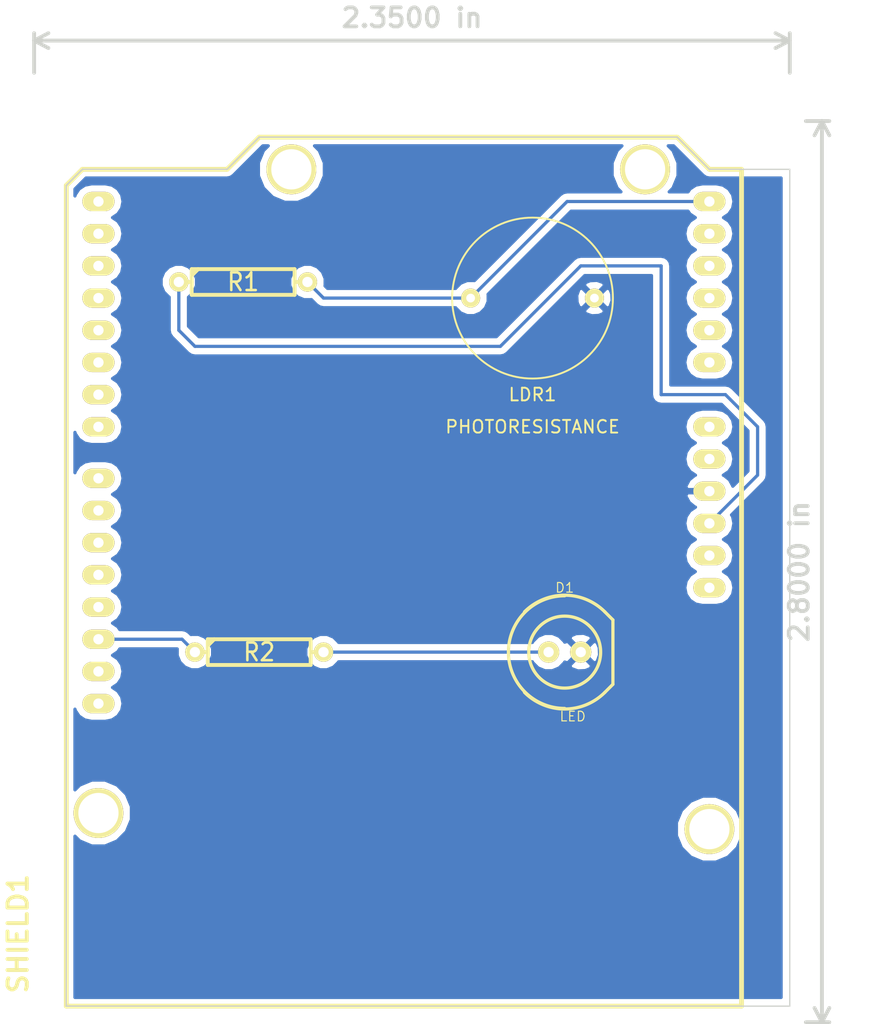
<source format=kicad_pcb>
(kicad_pcb (version 3) (host pcbnew "(2013-04-19 BZR 4011)-stable")

  (general
    (links 7)
    (no_connects 0)
    (area 181.7116 86.050001 254.379999 167.199733)
    (thickness 1.6)
    (drawings 11)
    (tracks 17)
    (zones 0)
    (modules 5)
    (nets 6)
  )

  (page A3)
  (layers
    (15 Dessus.Cu signal)
    (0 Dessous.Cu signal)
    (16 Dessous.Adhes user)
    (17 Dessus.Adhes user)
    (18 Dessous.Pate user)
    (19 Dessus.Pate user)
    (20 Dessous.SilkS user)
    (21 Dessus.SilkS user)
    (22 Dessous.Masque user)
    (23 Dessus.Masque user)
    (24 Dessin.User user)
    (25 Cmts.User user)
    (26 Eco1.User user)
    (27 Eco2.User user)
    (28 Contours.Ci user)
  )

  (setup
    (last_trace_width 0.254)
    (trace_clearance 0.254)
    (zone_clearance 0.508)
    (zone_45_only no)
    (trace_min 0.254)
    (segment_width 0.2)
    (edge_width 0.1)
    (via_size 0.889)
    (via_drill 0.635)
    (via_min_size 0.889)
    (via_min_drill 0.508)
    (uvia_size 0.508)
    (uvia_drill 0.127)
    (uvias_allowed no)
    (uvia_min_size 0.508)
    (uvia_min_drill 0.127)
    (pcb_text_width 0.3)
    (pcb_text_size 1.5 1.5)
    (mod_edge_width 0.15)
    (mod_text_size 1 1)
    (mod_text_width 0.15)
    (pad_size 1.5 1.5)
    (pad_drill 0.69)
    (pad_to_mask_clearance 0)
    (aux_axis_origin 0 0)
    (visible_elements 7FFFFFFF)
    (pcbplotparams
      (layerselection 3178497)
      (usegerberextensions true)
      (excludeedgelayer true)
      (linewidth 152400)
      (plotframeref false)
      (viasonmask false)
      (mode 1)
      (useauxorigin false)
      (hpglpennumber 1)
      (hpglpenspeed 20)
      (hpglpendiameter 15)
      (hpglpenoverlay 2)
      (psnegative false)
      (psa4output false)
      (plotreference true)
      (plotvalue true)
      (plotothertext true)
      (plotinvisibletext false)
      (padsonsilk false)
      (subtractmaskfromsilk false)
      (outputformat 1)
      (mirror false)
      (drillshape 1)
      (scaleselection 1)
      (outputdirectory ""))
  )

  (net 0 "")
  (net 1 N-000001)
  (net 2 N-000002)
  (net 3 N-000003)
  (net 4 N-000004)
  (net 5 N-000005)

  (net_class Default "Ceci est la Netclass par défaut"
    (clearance 0.254)
    (trace_width 0.254)
    (via_dia 0.889)
    (via_drill 0.635)
    (uvia_dia 0.508)
    (uvia_drill 0.127)
    (add_net "")
    (add_net N-000001)
    (add_net N-000002)
    (add_net N-000003)
    (add_net N-000004)
    (add_net N-000005)
  )

  (module R4 (layer Dessus.Cu) (tedit 200000) (tstamp 524724CA)
    (at 200.66 107.95)
    (descr "Resitance 4 pas")
    (tags R)
    (path /52470416)
    (autoplace_cost180 10)
    (fp_text reference R1 (at 0 0) (layer Dessus.SilkS)
      (effects (font (size 1.397 1.27) (thickness 0.2032)))
    )
    (fp_text value R (at 0 0) (layer Dessus.SilkS) hide
      (effects (font (size 1.397 1.27) (thickness 0.2032)))
    )
    (fp_line (start -5.08 0) (end -4.064 0) (layer Dessus.SilkS) (width 0.3048))
    (fp_line (start -4.064 0) (end -4.064 -1.016) (layer Dessus.SilkS) (width 0.3048))
    (fp_line (start -4.064 -1.016) (end 4.064 -1.016) (layer Dessus.SilkS) (width 0.3048))
    (fp_line (start 4.064 -1.016) (end 4.064 1.016) (layer Dessus.SilkS) (width 0.3048))
    (fp_line (start 4.064 1.016) (end -4.064 1.016) (layer Dessus.SilkS) (width 0.3048))
    (fp_line (start -4.064 1.016) (end -4.064 0) (layer Dessus.SilkS) (width 0.3048))
    (fp_line (start -4.064 -0.508) (end -3.556 -1.016) (layer Dessus.SilkS) (width 0.3048))
    (fp_line (start 5.08 0) (end 4.064 0) (layer Dessus.SilkS) (width 0.3048))
    (pad 1 thru_hole circle (at -5.08 0) (size 1.524 1.524) (drill 0.8128)
      (layers *.Cu *.Mask Dessus.SilkS)
      (net 1 N-000001)
    )
    (pad 2 thru_hole circle (at 5.08 0) (size 1.524 1.524) (drill 0.8128)
      (layers *.Cu *.Mask Dessus.SilkS)
      (net 5 N-000005)
    )
    (model discret/resistor.wrl
      (at (xyz 0 0 0))
      (scale (xyz 0.4 0.4 0.4))
      (rotate (xyz 0 0 0))
    )
  )

  (module R4 (layer Dessus.Cu) (tedit 200000) (tstamp 524724D8)
    (at 201.93 137.16)
    (descr "Resitance 4 pas")
    (tags R)
    (path /5247042D)
    (autoplace_cost180 10)
    (fp_text reference R2 (at 0 0) (layer Dessus.SilkS)
      (effects (font (size 1.397 1.27) (thickness 0.2032)))
    )
    (fp_text value R (at 0 0) (layer Dessus.SilkS) hide
      (effects (font (size 1.397 1.27) (thickness 0.2032)))
    )
    (fp_line (start -5.08 0) (end -4.064 0) (layer Dessus.SilkS) (width 0.3048))
    (fp_line (start -4.064 0) (end -4.064 -1.016) (layer Dessus.SilkS) (width 0.3048))
    (fp_line (start -4.064 -1.016) (end 4.064 -1.016) (layer Dessus.SilkS) (width 0.3048))
    (fp_line (start 4.064 -1.016) (end 4.064 1.016) (layer Dessus.SilkS) (width 0.3048))
    (fp_line (start 4.064 1.016) (end -4.064 1.016) (layer Dessus.SilkS) (width 0.3048))
    (fp_line (start -4.064 1.016) (end -4.064 0) (layer Dessus.SilkS) (width 0.3048))
    (fp_line (start -4.064 -0.508) (end -3.556 -1.016) (layer Dessus.SilkS) (width 0.3048))
    (fp_line (start 5.08 0) (end 4.064 0) (layer Dessus.SilkS) (width 0.3048))
    (pad 1 thru_hole circle (at -5.08 0) (size 1.524 1.524) (drill 0.8128)
      (layers *.Cu *.Mask Dessus.SilkS)
      (net 3 N-000003)
    )
    (pad 2 thru_hole circle (at 5.08 0) (size 1.524 1.524) (drill 0.8128)
      (layers *.Cu *.Mask Dessus.SilkS)
      (net 2 N-000002)
    )
    (model discret/resistor.wrl
      (at (xyz 0 0 0))
      (scale (xyz 0.4 0.4 0.4))
      (rotate (xyz 0 0 0))
    )
  )

  (module Photoresistance (layer Dessus.Cu) (tedit 52472584) (tstamp 524724DF)
    (at 223.52 113.03)
    (path /52470C96)
    (fp_text reference LDR1 (at 0 3.81) (layer Dessus.SilkS)
      (effects (font (size 1 1) (thickness 0.15)))
    )
    (fp_text value PHOTORESISTANCE (at 0 6.35) (layer Dessus.SilkS)
      (effects (font (size 1 1) (thickness 0.15)))
    )
    (fp_circle (center 0 -3.81) (end 5.08 0) (layer Dessus.SilkS) (width 0.15))
    (pad 1 thru_hole circle (at -4.89 -3.81) (size 1.5 1.5) (drill 0.69)
      (layers *.Cu *.Mask Dessus.SilkS)
      (net 5 N-000005)
    )
    (pad 2 thru_hole circle (at 4.89 -3.81) (size 1.5 1.5) (drill 0.69)
      (layers *.Cu *.Mask Dessus.SilkS)
      (net 4 N-000004)
    )
  )

  (module LED-8MM (layer Dessus.Cu) (tedit 50ADE891) (tstamp 524724ED)
    (at 226.06 137.16)
    (descr "LED 8mm - Lead pitch 100mil (2,54mm)")
    (tags "LED led 5mm 5MM 100mil 2,54mm")
    (path /52470438)
    (fp_text reference D1 (at 0 -5.08) (layer Dessus.SilkS)
      (effects (font (size 0.762 0.762) (thickness 0.0889)))
    )
    (fp_text value LED (at 0.635 5.08) (layer Dessus.SilkS)
      (effects (font (size 0.762 0.762) (thickness 0.0889)))
    )
    (fp_circle (center 0 0) (end 1.27 2.54) (layer Dessus.SilkS) (width 0.254))
    (fp_line (start 3.81 -2.54) (end 3.81 2.54) (layer Dessus.SilkS) (width 0.254))
    (fp_line (start 3.175 3.175) (end 3.81 2.54) (layer Dessus.SilkS) (width 0.254))
    (fp_line (start 3.175 -3.175) (end 3.81 -2.54) (layer Dessus.SilkS) (width 0.254))
    (fp_arc (start 0 0) (end 3.175 3.175) (angle 90) (layer Dessus.SilkS) (width 0.254))
    (fp_arc (start 0 0) (end -3.175 -3.175) (angle 90) (layer Dessus.SilkS) (width 0.254))
    (fp_arc (start 0 0) (end 0 4.445) (angle 90) (layer Dessus.SilkS) (width 0.254))
    (fp_arc (start 0 0) (end -4.445 0) (angle 90) (layer Dessus.SilkS) (width 0.254))
    (pad 1 thru_hole circle (at -1.27 0) (size 1.6764 1.6764) (drill 0.8128)
      (layers *.Cu *.Mask Dessus.SilkS)
      (net 2 N-000002)
    )
    (pad 2 thru_hole circle (at 1.27 0) (size 1.6764 1.6764) (drill 0.8128)
      (layers *.Cu *.Mask Dessus.SilkS)
      (net 4 N-000004)
    )
  )

  (module ARDUINO_SHIELD (layer Dessus.Cu) (tedit 4D154D8E) (tstamp 5247251A)
    (at 240.03 165.1 90)
    (path /5247036F)
    (fp_text reference SHIELD1 (at 5.715 -57.15 90) (layer Dessus.SilkS)
      (effects (font (size 1.524 1.524) (thickness 0.3048)))
    )
    (fp_text value ARDUINO_SHIELD (at 10.16 -54.61 90) (layer Dessus.SilkS) hide
      (effects (font (size 1.524 1.524) (thickness 0.3048)))
    )
    (fp_line (start 66.04 -40.64) (end 66.04 -52.07) (layer Dessus.SilkS) (width 0.381))
    (fp_line (start 66.04 -52.07) (end 64.77 -53.34) (layer Dessus.SilkS) (width 0.381))
    (fp_line (start 64.77 -53.34) (end 0 -53.34) (layer Dessus.SilkS) (width 0.381))
    (fp_line (start 66.04 0) (end 0 0) (layer Dessus.SilkS) (width 0.381))
    (fp_line (start 0 0) (end 0 -53.34) (layer Dessus.SilkS) (width 0.381))
    (fp_line (start 66.04 -40.64) (end 68.58 -38.1) (layer Dessus.SilkS) (width 0.381))
    (fp_line (start 68.58 -38.1) (end 68.58 -5.08) (layer Dessus.SilkS) (width 0.381))
    (fp_line (start 68.58 -5.08) (end 66.04 -2.54) (layer Dessus.SilkS) (width 0.381))
    (fp_line (start 66.04 -2.54) (end 66.04 0) (layer Dessus.SilkS) (width 0.381))
    (pad AD5 thru_hole oval (at 63.5 -2.54 180) (size 2.54 1.524) (drill 0.8128)
      (layers *.Cu *.Mask Dessus.SilkS)
      (net 5 N-000005)
    )
    (pad AD4 thru_hole oval (at 60.96 -2.54 180) (size 2.54 1.524) (drill 0.8128)
      (layers *.Cu *.Mask Dessus.SilkS)
    )
    (pad AD3 thru_hole oval (at 58.42 -2.54 180) (size 2.54 1.524) (drill 0.8128)
      (layers *.Cu *.Mask Dessus.SilkS)
    )
    (pad AD0 thru_hole oval (at 50.8 -2.54 180) (size 2.54 1.524) (drill 0.8128)
      (layers *.Cu *.Mask Dessus.SilkS)
    )
    (pad AD1 thru_hole oval (at 53.34 -2.54 180) (size 2.54 1.524) (drill 0.8128)
      (layers *.Cu *.Mask Dessus.SilkS)
    )
    (pad AD2 thru_hole oval (at 55.88 -2.54 180) (size 2.54 1.524) (drill 0.8128)
      (layers *.Cu *.Mask Dessus.SilkS)
    )
    (pad V_IN thru_hole oval (at 45.72 -2.54 180) (size 2.54 1.524) (drill 0.8128)
      (layers *.Cu *.Mask Dessus.SilkS)
    )
    (pad GND2 thru_hole oval (at 43.18 -2.54 180) (size 2.54 1.524) (drill 0.8128)
      (layers *.Cu *.Mask Dessus.SilkS)
    )
    (pad GND1 thru_hole oval (at 40.64 -2.54 180) (size 2.54 1.524) (drill 0.8128)
      (layers *.Cu *.Mask Dessus.SilkS)
      (net 4 N-000004)
    )
    (pad 3V3 thru_hole oval (at 35.56 -2.54 180) (size 2.54 1.524) (drill 0.8128)
      (layers *.Cu *.Mask Dessus.SilkS)
    )
    (pad RST thru_hole oval (at 33.02 -2.54 180) (size 2.54 1.524) (drill 0.8128)
      (layers *.Cu *.Mask Dessus.SilkS)
    )
    (pad 0 thru_hole oval (at 63.5 -50.8 180) (size 2.54 1.524) (drill 0.8128)
      (layers *.Cu *.Mask Dessus.SilkS)
    )
    (pad 1 thru_hole oval (at 60.96 -50.8 180) (size 2.54 1.524) (drill 0.8128)
      (layers *.Cu *.Mask Dessus.SilkS)
    )
    (pad 2 thru_hole oval (at 58.42 -50.8 180) (size 2.54 1.524) (drill 0.8128)
      (layers *.Cu *.Mask Dessus.SilkS)
    )
    (pad 3 thru_hole oval (at 55.88 -50.8 180) (size 2.54 1.524) (drill 0.8128)
      (layers *.Cu *.Mask Dessus.SilkS)
    )
    (pad 4 thru_hole oval (at 53.34 -50.8 180) (size 2.54 1.524) (drill 0.8128)
      (layers *.Cu *.Mask Dessus.SilkS)
    )
    (pad 5 thru_hole oval (at 50.8 -50.8 180) (size 2.54 1.524) (drill 0.8128)
      (layers *.Cu *.Mask Dessus.SilkS)
    )
    (pad 6 thru_hole oval (at 48.26 -50.8 180) (size 2.54 1.524) (drill 0.8128)
      (layers *.Cu *.Mask Dessus.SilkS)
    )
    (pad 7 thru_hole oval (at 45.72 -50.8 180) (size 2.54 1.524) (drill 0.8128)
      (layers *.Cu *.Mask Dessus.SilkS)
    )
    (pad 8 thru_hole oval (at 41.656 -50.8 180) (size 2.54 1.524) (drill 0.8128)
      (layers *.Cu *.Mask Dessus.SilkS)
    )
    (pad 9 thru_hole oval (at 39.116 -50.8 180) (size 2.54 1.524) (drill 0.8128)
      (layers *.Cu *.Mask Dessus.SilkS)
    )
    (pad 10 thru_hole oval (at 36.576 -50.8 180) (size 2.54 1.524) (drill 0.8128)
      (layers *.Cu *.Mask Dessus.SilkS)
    )
    (pad 11 thru_hole oval (at 34.036 -50.8 180) (size 2.54 1.524) (drill 0.8128)
      (layers *.Cu *.Mask Dessus.SilkS)
    )
    (pad 12 thru_hole oval (at 31.496 -50.8 180) (size 2.54 1.524) (drill 0.8128)
      (layers *.Cu *.Mask Dessus.SilkS)
    )
    (pad 13 thru_hole oval (at 28.956 -50.8 180) (size 2.54 1.524) (drill 0.8128)
      (layers *.Cu *.Mask Dessus.SilkS)
      (net 3 N-000003)
    )
    (pad GND3 thru_hole oval (at 26.416 -50.8 180) (size 2.54 1.524) (drill 0.8128)
      (layers *.Cu *.Mask Dessus.SilkS)
    )
    (pad AREF thru_hole oval (at 23.876 -50.8 180) (size 2.54 1.524) (drill 0.8128)
      (layers *.Cu *.Mask Dessus.SilkS)
    )
    (pad 5V thru_hole oval (at 38.1 -2.54 180) (size 2.54 1.524) (drill 0.8128)
      (layers *.Cu *.Mask Dessus.SilkS)
      (net 1 N-000001)
    )
    (pad "" thru_hole circle (at 66.04 -7.62 180) (size 3.937 3.937) (drill 3.175)
      (layers *.Cu *.Mask Dessus.SilkS)
    )
    (pad "" thru_hole circle (at 66.04 -35.56 180) (size 3.937 3.937) (drill 3.175)
      (layers *.Cu *.Mask Dessus.SilkS)
    )
    (pad "" thru_hole circle (at 15.24 -50.8 180) (size 3.937 3.937) (drill 3.175)
      (layers *.Cu *.Mask Dessus.SilkS)
    )
    (pad "" thru_hole circle (at 13.97 -2.54 180) (size 3.937 3.937) (drill 3.175)
      (layers *.Cu *.Mask Dessus.SilkS)
    )
  )

  (gr_line (start 243.84 165.1) (end 243.84 99.06) (angle 90) (layer Contours.Ci) (width 0.1))
  (gr_line (start 186.69 165.1) (end 243.84 165.1) (angle 90) (layer Contours.Ci) (width 0.1))
  (gr_line (start 186.69 100.33) (end 186.69 165.1) (angle 90) (layer Contours.Ci) (width 0.1))
  (gr_line (start 187.96 99.06) (end 186.69 100.33) (angle 90) (layer Contours.Ci) (width 0.1))
  (gr_line (start 199.39 99.06) (end 187.96 99.06) (angle 90) (layer Contours.Ci) (width 0.1))
  (gr_line (start 201.93 96.52) (end 199.39 99.06) (angle 90) (layer Contours.Ci) (width 0.1))
  (gr_line (start 234.95 96.52) (end 201.93 96.52) (angle 90) (layer Contours.Ci) (width 0.1))
  (gr_line (start 237.49 99.06) (end 234.95 96.52) (angle 90) (layer Contours.Ci) (width 0.1))
  (gr_line (start 243.84 99.06) (end 237.49 99.06) (angle 90) (layer Contours.Ci) (width 0.1))
  (dimension 59.69 (width 0.3) (layer Contours.Ci)
    (gr_text "59,690 mm" (at 213.995 87.550001) (layer Contours.Ci)
      (effects (font (size 1.5 1.5) (thickness 0.3)))
    )
    (feature1 (pts (xy 243.84 91.44) (xy 243.84 86.200001)))
    (feature2 (pts (xy 184.15 91.44) (xy 184.15 86.200001)))
    (crossbar (pts (xy 184.15 88.900001) (xy 243.84 88.900001)))
    (arrow1a (pts (xy 243.84 88.900001) (xy 242.713497 89.486421)))
    (arrow1b (pts (xy 243.84 88.900001) (xy 242.713497 88.313581)))
    (arrow2a (pts (xy 184.15 88.900001) (xy 185.276503 89.486421)))
    (arrow2b (pts (xy 184.15 88.900001) (xy 185.276503 88.313581)))
  )
  (dimension 71.12 (width 0.3) (layer Contours.Ci)
    (gr_text "71,120 mm" (at 247.729999 130.81 270) (layer Contours.Ci)
      (effects (font (size 1.5 1.5) (thickness 0.3)))
    )
    (feature1 (pts (xy 245.11 166.37) (xy 249.079999 166.37)))
    (feature2 (pts (xy 245.11 95.25) (xy 249.079999 95.25)))
    (crossbar (pts (xy 246.379999 95.25) (xy 246.379999 166.37)))
    (arrow1a (pts (xy 246.379999 166.37) (xy 245.793579 165.243497)))
    (arrow1b (pts (xy 246.379999 166.37) (xy 246.966419 165.243497)))
    (arrow2a (pts (xy 246.379999 95.25) (xy 245.793579 96.376503)))
    (arrow2b (pts (xy 246.379999 95.25) (xy 246.966419 96.376503)))
  )

  (segment (start 195.58 107.95) (end 195.58 111.76) (width 0.254) (layer Dessous.Cu) (net 1))
  (segment (start 241.3 123.19) (end 237.49 127) (width 0.254) (layer Dessous.Cu) (net 1) (tstamp 52472ACE))
  (segment (start 241.3 119.38) (end 241.3 123.19) (width 0.254) (layer Dessous.Cu) (net 1) (tstamp 52472AC7))
  (segment (start 238.76 116.84) (end 241.3 119.38) (width 0.254) (layer Dessous.Cu) (net 1) (tstamp 52472AC6))
  (segment (start 233.68 116.84) (end 238.76 116.84) (width 0.254) (layer Dessous.Cu) (net 1) (tstamp 52472AC2))
  (segment (start 233.68 106.68) (end 233.68 116.84) (width 0.254) (layer Dessous.Cu) (net 1) (tstamp 52472AC1))
  (segment (start 227.33 106.68) (end 233.68 106.68) (width 0.254) (layer Dessous.Cu) (net 1) (tstamp 52472ABF))
  (segment (start 220.98 113.03) (end 227.33 106.68) (width 0.254) (layer Dessous.Cu) (net 1) (tstamp 52472ABD))
  (segment (start 196.85 113.03) (end 220.98 113.03) (width 0.254) (layer Dessous.Cu) (net 1) (tstamp 52472ABB))
  (segment (start 195.58 111.76) (end 196.85 113.03) (width 0.254) (layer Dessous.Cu) (net 1) (tstamp 52472AB9))
  (segment (start 207.01 137.16) (end 224.79 137.16) (width 0.254) (layer Dessous.Cu) (net 2))
  (segment (start 189.23 136.144) (end 195.834 136.144) (width 0.254) (layer Dessous.Cu) (net 3))
  (segment (start 195.834 136.144) (end 196.85 137.16) (width 0.254) (layer Dessous.Cu) (net 3) (tstamp 52472636))
  (segment (start 237.49 101.6) (end 226.25 101.6) (width 0.254) (layer Dessous.Cu) (net 5))
  (segment (start 226.25 101.6) (end 218.63 109.22) (width 0.254) (layer Dessous.Cu) (net 5) (tstamp 52472607))
  (segment (start 218.63 109.22) (end 207.01 109.22) (width 0.254) (layer Dessous.Cu) (net 5) (tstamp 5247260D))
  (segment (start 207.01 109.22) (end 205.74 107.95) (width 0.254) (layer Dessous.Cu) (net 5) (tstamp 5247260E))

  (zone (net 4) (net_name N-000004) (layer Dessous.Cu) (tstamp 52473308) (hatch edge 0.508)
    (connect_pads (clearance 0.508))
    (min_thickness 0.254)
    (fill (arc_segments 16) (thermal_gap 0.508) (thermal_bridge_width 0.508))
    (polygon
      (pts
        (xy 187.96 99.06) (xy 199.39 99.06) (xy 201.93 96.52) (xy 234.95 96.52) (xy 237.49 99.06)
        (xy 243.84 99.06) (xy 243.84 165.1) (xy 186.69 165.1) (xy 186.69 100.33) (xy 187.96 99.06)
      )
    )
    (filled_polygon
      (pts
        (xy 243.155 164.415) (xy 242.062 164.415) (xy 242.062 123.19) (xy 242.062 119.38) (xy 242.003996 119.088395)
        (xy 241.838815 118.841185) (xy 241.838815 118.841184) (xy 239.298815 116.301185) (xy 239.051605 116.136004) (xy 238.76 116.078)
        (xy 234.442 116.078) (xy 234.442 106.68) (xy 234.383996 106.388395) (xy 234.218815 106.141185) (xy 233.971605 105.976004)
        (xy 233.68 105.918) (xy 227.33 105.918) (xy 227.038395 105.976004) (xy 226.791185 106.141185) (xy 220.66437 112.268)
        (xy 197.16563 112.268) (xy 196.342 111.444369) (xy 196.342 109.146703) (xy 196.370303 109.135009) (xy 196.763628 108.74237)
        (xy 196.976756 108.229099) (xy 196.977241 107.673339) (xy 196.765009 107.159697) (xy 196.37237 106.766372) (xy 195.859099 106.553244)
        (xy 195.303339 106.552759) (xy 194.789697 106.764991) (xy 194.396372 107.15763) (xy 194.183244 107.670901) (xy 194.182759 108.226661)
        (xy 194.394991 108.740303) (xy 194.78763 109.133628) (xy 194.818 109.146238) (xy 194.818 111.76) (xy 194.876004 112.051605)
        (xy 195.041185 112.298815) (xy 196.311184 113.568815) (xy 196.311185 113.568815) (xy 196.558395 113.733996) (xy 196.85 113.792)
        (xy 220.98 113.792) (xy 220.98 113.791999) (xy 221.271604 113.733996) (xy 221.271605 113.733996) (xy 221.518815 113.568815)
        (xy 227.64563 107.442) (xy 232.918 107.442) (xy 232.918 116.84) (xy 232.976004 117.131605) (xy 233.141185 117.378815)
        (xy 233.388395 117.543996) (xy 233.68 117.602) (xy 238.444369 117.602) (xy 240.538 119.69563) (xy 240.538 122.874369)
        (xy 239.342693 124.069675) (xy 239.33726 124.042723) (xy 239.07563 123.561974) (xy 238.649941 123.217941) (xy 238.586886 123.199329)
        (xy 239.023149 122.907828) (xy 239.325981 122.454609) (xy 239.432321 121.92) (xy 239.325981 121.385391) (xy 239.023149 120.932172)
        (xy 238.600849 120.65) (xy 239.023149 120.367828) (xy 239.325981 119.914609) (xy 239.432321 119.38) (xy 239.325981 118.845391)
        (xy 239.023149 118.392172) (xy 238.56993 118.08934) (xy 238.035321 117.983) (xy 236.944679 117.983) (xy 236.41007 118.08934)
        (xy 235.956851 118.392172) (xy 235.654019 118.845391) (xy 235.547679 119.38) (xy 235.654019 119.914609) (xy 235.956851 120.367828)
        (xy 236.37915 120.65) (xy 235.956851 120.932172) (xy 235.654019 121.385391) (xy 235.547679 121.92) (xy 235.654019 122.454609)
        (xy 235.956851 122.907828) (xy 236.393113 123.199329) (xy 236.330059 123.217941) (xy 235.90437 123.561974) (xy 235.64274 124.042723)
        (xy 235.62778 124.11693) (xy 235.750281 124.333) (xy 237.363 124.333) (xy 237.363 124.313) (xy 237.617 124.313)
        (xy 237.617 124.333) (xy 237.637 124.333) (xy 237.637 124.587) (xy 237.617 124.587) (xy 237.617 124.607)
        (xy 237.363 124.607) (xy 237.363 124.587) (xy 235.750281 124.587) (xy 235.62778 124.80307) (xy 235.64274 124.877277)
        (xy 235.90437 125.358026) (xy 236.330059 125.702059) (xy 236.393113 125.72067) (xy 235.956851 126.012172) (xy 235.654019 126.465391)
        (xy 235.547679 127) (xy 235.654019 127.534609) (xy 235.956851 127.987828) (xy 236.37915 128.27) (xy 235.956851 128.552172)
        (xy 235.654019 129.005391) (xy 235.547679 129.54) (xy 235.654019 130.074609) (xy 235.956851 130.527828) (xy 236.37915 130.81)
        (xy 235.956851 131.092172) (xy 235.654019 131.545391) (xy 235.547679 132.08) (xy 235.654019 132.614609) (xy 235.956851 133.067828)
        (xy 236.41007 133.37066) (xy 236.944679 133.477) (xy 238.035321 133.477) (xy 238.56993 133.37066) (xy 239.023149 133.067828)
        (xy 239.325981 132.614609) (xy 239.432321 132.08) (xy 239.325981 131.545391) (xy 239.023149 131.092172) (xy 238.600849 130.81)
        (xy 239.023149 130.527828) (xy 239.325981 130.074609) (xy 239.432321 129.54) (xy 239.325981 129.005391) (xy 239.023149 128.552172)
        (xy 238.600849 128.27) (xy 239.023149 127.987828) (xy 239.325981 127.534609) (xy 239.432321 127) (xy 239.325981 126.465391)
        (xy 239.236362 126.331267) (xy 241.838815 123.728816) (xy 241.838815 123.728815) (xy 242.003996 123.481605) (xy 242.061999 123.19)
        (xy 242.062 123.19) (xy 242.062 164.415) (xy 240.09395 164.415) (xy 240.09395 150.614404) (xy 239.698426 149.657163)
        (xy 238.966689 148.924148) (xy 238.01014 148.526953) (xy 236.974404 148.52605) (xy 236.017163 148.921574) (xy 235.284148 149.653311)
        (xy 234.886953 150.60986) (xy 234.88605 151.645596) (xy 235.281574 152.602837) (xy 236.013311 153.335852) (xy 236.96986 153.733047)
        (xy 238.005596 153.73395) (xy 238.962837 153.338426) (xy 239.695852 152.606689) (xy 240.093047 151.65014) (xy 240.09395 150.614404)
        (xy 240.09395 164.415) (xy 229.807198 164.415) (xy 229.807198 109.42483) (xy 229.779228 108.874554) (xy 229.622458 108.496078)
        (xy 229.381517 108.428088) (xy 229.201912 108.607693) (xy 229.201912 108.248483) (xy 229.133922 108.007542) (xy 228.61483 107.822802)
        (xy 228.064554 107.850772) (xy 227.686078 108.007542) (xy 227.618088 108.248483) (xy 228.41 109.040395) (xy 229.201912 108.248483)
        (xy 229.201912 108.607693) (xy 228.589605 109.22) (xy 229.381517 110.011912) (xy 229.622458 109.943922) (xy 229.807198 109.42483)
        (xy 229.807198 164.415) (xy 229.201912 164.415) (xy 229.201912 110.191517) (xy 228.41 109.399605) (xy 228.230395 109.57921)
        (xy 228.230395 109.22) (xy 227.438483 108.428088) (xy 227.197542 108.496078) (xy 227.012802 109.01517) (xy 227.040772 109.565446)
        (xy 227.197542 109.943922) (xy 227.438483 110.011912) (xy 228.230395 109.22) (xy 228.230395 109.57921) (xy 227.618088 110.191517)
        (xy 227.686078 110.432458) (xy 228.20517 110.617198) (xy 228.755446 110.589228) (xy 229.133922 110.432458) (xy 229.201912 110.191517)
        (xy 229.201912 164.415) (xy 228.814976 164.415) (xy 228.814976 137.385903) (xy 228.788388 136.800432) (xy 228.61549 136.383018)
        (xy 228.365412 136.304193) (xy 228.185807 136.483798) (xy 228.185807 136.124588) (xy 228.106982 135.87451) (xy 227.555903 135.675024)
        (xy 226.970432 135.701612) (xy 226.553018 135.87451) (xy 226.474193 136.124588) (xy 227.33 136.980395) (xy 228.185807 136.124588)
        (xy 228.185807 136.483798) (xy 227.509605 137.16) (xy 228.365412 138.015807) (xy 228.61549 137.936982) (xy 228.814976 137.385903)
        (xy 228.814976 164.415) (xy 228.185807 164.415) (xy 228.185807 138.195412) (xy 227.33 137.339605) (xy 227.150395 137.51921)
        (xy 227.150395 137.16) (xy 226.294588 136.304193) (xy 226.060835 136.377872) (xy 226.039646 136.32659) (xy 225.62559 135.911811)
        (xy 225.084323 135.687057) (xy 224.498248 135.686546) (xy 223.95659 135.910354) (xy 223.541811 136.32441) (xy 223.511253 136.398)
        (xy 208.206703 136.398) (xy 208.195009 136.369697) (xy 207.80237 135.976372) (xy 207.289099 135.763244) (xy 206.733339 135.762759)
        (xy 206.219697 135.974991) (xy 205.826372 136.36763) (xy 205.613244 136.880901) (xy 205.612759 137.436661) (xy 205.824991 137.950303)
        (xy 206.21763 138.343628) (xy 206.730901 138.556756) (xy 207.286661 138.557241) (xy 207.800303 138.345009) (xy 208.193628 137.95237)
        (xy 208.206238 137.922) (xy 223.510848 137.922) (xy 223.540354 137.99341) (xy 223.95441 138.408189) (xy 224.495677 138.632943)
        (xy 225.081752 138.633454) (xy 225.62341 138.409646) (xy 226.038189 137.99559) (xy 226.06044 137.942003) (xy 226.294588 138.015807)
        (xy 227.150395 137.16) (xy 227.150395 137.51921) (xy 226.474193 138.195412) (xy 226.553018 138.44549) (xy 227.104097 138.644976)
        (xy 227.689568 138.618388) (xy 228.106982 138.44549) (xy 228.185807 138.195412) (xy 228.185807 164.415) (xy 187.375 164.415)
        (xy 187.375 151.68688) (xy 187.753311 152.065852) (xy 188.70986 152.463047) (xy 189.745596 152.46395) (xy 190.702837 152.068426)
        (xy 191.435852 151.336689) (xy 191.833047 150.38014) (xy 191.83395 149.344404) (xy 191.438426 148.387163) (xy 190.706689 147.654148)
        (xy 189.75014 147.256953) (xy 188.714404 147.25605) (xy 187.757163 147.651574) (xy 187.375 148.03307) (xy 187.375 141.662993)
        (xy 187.394019 141.758609) (xy 187.696851 142.211828) (xy 188.15007 142.51466) (xy 188.684679 142.621) (xy 189.775321 142.621)
        (xy 190.30993 142.51466) (xy 190.763149 142.211828) (xy 191.065981 141.758609) (xy 191.172321 141.224) (xy 191.065981 140.689391)
        (xy 190.763149 140.236172) (xy 190.340849 139.954) (xy 190.763149 139.671828) (xy 191.065981 139.218609) (xy 191.172321 138.684)
        (xy 191.065981 138.149391) (xy 190.763149 137.696172) (xy 190.340849 137.414) (xy 190.763149 137.131828) (xy 190.914042 136.906)
        (xy 195.453222 136.906) (xy 195.452759 137.436661) (xy 195.664991 137.950303) (xy 196.05763 138.343628) (xy 196.570901 138.556756)
        (xy 197.126661 138.557241) (xy 197.640303 138.345009) (xy 198.033628 137.95237) (xy 198.246756 137.439099) (xy 198.247241 136.883339)
        (xy 198.035009 136.369697) (xy 197.64237 135.976372) (xy 197.129099 135.763244) (xy 196.573339 135.762759) (xy 196.542946 135.775316)
        (xy 196.372815 135.605185) (xy 196.125605 135.440004) (xy 195.834 135.382) (xy 190.914042 135.382) (xy 190.763149 135.156172)
        (xy 190.340849 134.874) (xy 190.763149 134.591828) (xy 191.065981 134.138609) (xy 191.172321 133.604) (xy 191.065981 133.069391)
        (xy 190.763149 132.616172) (xy 190.340849 132.334) (xy 190.763149 132.051828) (xy 191.065981 131.598609) (xy 191.172321 131.064)
        (xy 191.065981 130.529391) (xy 190.763149 130.076172) (xy 190.340849 129.794) (xy 190.763149 129.511828) (xy 191.065981 129.058609)
        (xy 191.172321 128.524) (xy 191.065981 127.989391) (xy 190.763149 127.536172) (xy 190.340849 127.254) (xy 190.763149 126.971828)
        (xy 191.065981 126.518609) (xy 191.172321 125.984) (xy 191.065981 125.449391) (xy 190.763149 124.996172) (xy 190.340849 124.714)
        (xy 190.763149 124.431828) (xy 191.065981 123.978609) (xy 191.172321 123.444) (xy 191.065981 122.909391) (xy 190.763149 122.456172)
        (xy 190.30993 122.15334) (xy 189.775321 122.047) (xy 188.684679 122.047) (xy 188.15007 122.15334) (xy 187.696851 122.456172)
        (xy 187.394019 122.909391) (xy 187.375 123.005006) (xy 187.375 119.818993) (xy 187.394019 119.914609) (xy 187.696851 120.367828)
        (xy 188.15007 120.67066) (xy 188.684679 120.777) (xy 189.775321 120.777) (xy 190.30993 120.67066) (xy 190.763149 120.367828)
        (xy 191.065981 119.914609) (xy 191.172321 119.38) (xy 191.065981 118.845391) (xy 190.763149 118.392172) (xy 190.340849 118.11)
        (xy 190.763149 117.827828) (xy 191.065981 117.374609) (xy 191.172321 116.84) (xy 191.065981 116.305391) (xy 190.763149 115.852172)
        (xy 190.340849 115.57) (xy 190.763149 115.287828) (xy 191.065981 114.834609) (xy 191.172321 114.3) (xy 191.065981 113.765391)
        (xy 190.763149 113.312172) (xy 190.340849 113.03) (xy 190.763149 112.747828) (xy 191.065981 112.294609) (xy 191.172321 111.76)
        (xy 191.065981 111.225391) (xy 190.763149 110.772172) (xy 190.340849 110.49) (xy 190.763149 110.207828) (xy 191.065981 109.754609)
        (xy 191.172321 109.22) (xy 191.065981 108.685391) (xy 190.763149 108.232172) (xy 190.340849 107.95) (xy 190.763149 107.667828)
        (xy 191.065981 107.214609) (xy 191.172321 106.68) (xy 191.065981 106.145391) (xy 190.763149 105.692172) (xy 190.340849 105.41)
        (xy 190.763149 105.127828) (xy 191.065981 104.674609) (xy 191.172321 104.14) (xy 191.065981 103.605391) (xy 190.763149 103.152172)
        (xy 190.340849 102.87) (xy 190.763149 102.587828) (xy 191.065981 102.134609) (xy 191.172321 101.6) (xy 191.065981 101.065391)
        (xy 190.763149 100.612172) (xy 190.30993 100.30934) (xy 189.775321 100.203) (xy 188.684679 100.203) (xy 188.15007 100.30934)
        (xy 187.696851 100.612172) (xy 187.394019 101.065391) (xy 187.375 101.161006) (xy 187.375 100.613736) (xy 188.243736 99.745)
        (xy 199.39 99.745) (xy 199.652138 99.692857) (xy 199.874368 99.544368) (xy 202.213736 97.205) (xy 202.643119 97.205)
        (xy 202.264148 97.583311) (xy 201.866953 98.53986) (xy 201.86605 99.575596) (xy 202.261574 100.532837) (xy 202.993311 101.265852)
        (xy 203.94986 101.663047) (xy 204.985596 101.66395) (xy 205.942837 101.268426) (xy 206.675852 100.536689) (xy 207.073047 99.58014)
        (xy 207.07395 98.544404) (xy 206.678426 97.587163) (xy 206.296929 97.205) (xy 230.583119 97.205) (xy 230.204148 97.583311)
        (xy 229.806953 98.53986) (xy 229.80605 99.575596) (xy 230.201574 100.532837) (xy 230.506204 100.838) (xy 226.25 100.838)
        (xy 225.958395 100.896004) (xy 225.711184 101.061185) (xy 218.9282 107.844169) (xy 218.906702 107.835242) (xy 218.355715 107.834761)
        (xy 217.846486 108.04517) (xy 217.456539 108.434437) (xy 217.446754 108.458) (xy 207.32563 108.458) (xy 207.125012 108.257381)
        (xy 207.136756 108.229099) (xy 207.137241 107.673339) (xy 206.925009 107.159697) (xy 206.53237 106.766372) (xy 206.019099 106.553244)
        (xy 205.463339 106.552759) (xy 204.949697 106.764991) (xy 204.556372 107.15763) (xy 204.343244 107.670901) (xy 204.342759 108.226661)
        (xy 204.554991 108.740303) (xy 204.94763 109.133628) (xy 205.460901 109.346756) (xy 206.016661 109.347241) (xy 206.047052 109.334683)
        (xy 206.471184 109.758815) (xy 206.471185 109.758815) (xy 206.718395 109.923996) (xy 207.01 109.982) (xy 217.44628 109.982)
        (xy 217.45517 110.003514) (xy 217.844437 110.393461) (xy 218.353298 110.604758) (xy 218.904285 110.605239) (xy 219.413514 110.39483)
        (xy 219.803461 110.005563) (xy 220.014758 109.496702) (xy 220.015239 108.945715) (xy 220.005495 108.922134) (xy 226.56563 102.362)
        (xy 235.805957 102.362) (xy 235.956851 102.587828) (xy 236.37915 102.87) (xy 235.956851 103.152172) (xy 235.654019 103.605391)
        (xy 235.547679 104.14) (xy 235.654019 104.674609) (xy 235.956851 105.127828) (xy 236.37915 105.41) (xy 235.956851 105.692172)
        (xy 235.654019 106.145391) (xy 235.547679 106.68) (xy 235.654019 107.214609) (xy 235.956851 107.667828) (xy 236.37915 107.95)
        (xy 235.956851 108.232172) (xy 235.654019 108.685391) (xy 235.547679 109.22) (xy 235.654019 109.754609) (xy 235.956851 110.207828)
        (xy 236.37915 110.49) (xy 235.956851 110.772172) (xy 235.654019 111.225391) (xy 235.547679 111.76) (xy 235.654019 112.294609)
        (xy 235.956851 112.747828) (xy 236.37915 113.03) (xy 235.956851 113.312172) (xy 235.654019 113.765391) (xy 235.547679 114.3)
        (xy 235.654019 114.834609) (xy 235.956851 115.287828) (xy 236.41007 115.59066) (xy 236.944679 115.697) (xy 238.035321 115.697)
        (xy 238.56993 115.59066) (xy 239.023149 115.287828) (xy 239.325981 114.834609) (xy 239.432321 114.3) (xy 239.325981 113.765391)
        (xy 239.023149 113.312172) (xy 238.600849 113.03) (xy 239.023149 112.747828) (xy 239.325981 112.294609) (xy 239.432321 111.76)
        (xy 239.325981 111.225391) (xy 239.023149 110.772172) (xy 238.600849 110.49) (xy 239.023149 110.207828) (xy 239.325981 109.754609)
        (xy 239.432321 109.22) (xy 239.325981 108.685391) (xy 239.023149 108.232172) (xy 238.600849 107.95) (xy 239.023149 107.667828)
        (xy 239.325981 107.214609) (xy 239.432321 106.68) (xy 239.325981 106.145391) (xy 239.023149 105.692172) (xy 238.600849 105.41)
        (xy 239.023149 105.127828) (xy 239.325981 104.674609) (xy 239.432321 104.14) (xy 239.325981 103.605391) (xy 239.023149 103.152172)
        (xy 238.600849 102.87) (xy 239.023149 102.587828) (xy 239.325981 102.134609) (xy 239.432321 101.6) (xy 239.325981 101.065391)
        (xy 239.023149 100.612172) (xy 238.56993 100.30934) (xy 238.035321 100.203) (xy 236.944679 100.203) (xy 236.41007 100.30934)
        (xy 235.956851 100.612172) (xy 235.805957 100.838) (xy 234.314014 100.838) (xy 234.615852 100.536689) (xy 235.013047 99.58014)
        (xy 235.01395 98.544404) (xy 234.618426 97.587163) (xy 234.236929 97.205) (xy 234.666264 97.205) (xy 237.005632 99.544368)
        (xy 237.227862 99.692857) (xy 237.49 99.745) (xy 243.155 99.745) (xy 243.155 164.415)
      )
    )
  )
)

</source>
